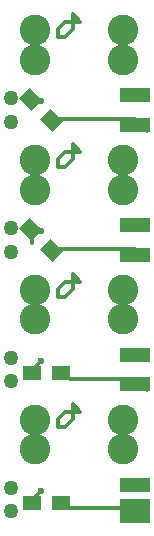
<source format=gbl>
G04 #@! TF.FileFunction,Copper,L2,Bot,Signal*
%FSLAX46Y46*%
G04 Gerber Fmt 4.6, Leading zero omitted, Abs format (unit mm)*
G04 Created by KiCad (PCBNEW 4.0.6-e0-6349~53~ubuntu16.04.1) date Thu Jul 13 10:15:01 2017*
%MOMM*%
%LPD*%
G01*
G04 APERTURE LIST*
%ADD10C,0.100000*%
%ADD11R,1.500000X1.250000*%
%ADD12R,2.540000X1.270000*%
%ADD13C,2.600000*%
%ADD14C,1.270000*%
%ADD15R,2.540000X2.000000*%
%ADD16C,0.600000*%
%ADD17C,0.304800*%
G04 APERTURE END LIST*
D10*
D11*
X32750000Y-57000000D03*
X35250000Y-57000000D03*
D12*
X41500000Y-55500000D03*
X41500000Y-58000000D03*
D13*
X40500000Y-50000000D03*
X40500000Y-52500000D03*
X33000000Y-52500000D03*
X33000000Y-50000000D03*
D14*
X31000000Y-55750000D03*
X31000000Y-57750000D03*
X31000000Y-68750000D03*
X31000000Y-66750000D03*
D13*
X33000000Y-61000000D03*
X33000000Y-63500000D03*
X40500000Y-63500000D03*
X40500000Y-61000000D03*
D15*
X41500000Y-68750000D03*
D12*
X41500000Y-66500000D03*
D11*
X32750000Y-68000000D03*
X35250000Y-68000000D03*
D10*
G36*
X31643845Y-44777729D02*
X32527729Y-43893845D01*
X33588389Y-44954505D01*
X32704505Y-45838389D01*
X31643845Y-44777729D01*
X31643845Y-44777729D01*
G37*
G36*
X33411611Y-46545495D02*
X34295495Y-45661611D01*
X35356155Y-46722271D01*
X34472271Y-47606155D01*
X33411611Y-46545495D01*
X33411611Y-46545495D01*
G37*
D12*
X41500000Y-44500000D03*
X41500000Y-47000000D03*
D13*
X40500000Y-39000000D03*
X40500000Y-41500000D03*
X33000000Y-41500000D03*
X33000000Y-39000000D03*
D14*
X31000000Y-44750000D03*
X31000000Y-46750000D03*
X31000000Y-35750000D03*
X31000000Y-33750000D03*
D13*
X33000000Y-28000000D03*
X33000000Y-30500000D03*
X40500000Y-30500000D03*
X40500000Y-28000000D03*
D12*
X41500000Y-36000000D03*
X41500000Y-33500000D03*
D10*
G36*
X31643845Y-33777729D02*
X32527729Y-32893845D01*
X33588389Y-33954505D01*
X32704505Y-34838389D01*
X31643845Y-33777729D01*
X31643845Y-33777729D01*
G37*
G36*
X33411611Y-35545495D02*
X34295495Y-34661611D01*
X35356155Y-35722271D01*
X34472271Y-36606155D01*
X33411611Y-35545495D01*
X33411611Y-35545495D01*
G37*
D16*
X33500000Y-45000000D03*
X33500000Y-56000000D03*
X33500000Y-67000000D03*
X33500000Y-34000000D03*
D17*
X34517766Y-46500000D02*
X36000000Y-46500000D01*
X36500000Y-46500000D02*
X36000000Y-46500000D01*
X36500000Y-46500000D02*
X41500000Y-46500000D01*
X34517766Y-46500000D02*
X34383883Y-46633883D01*
X33500000Y-45000000D02*
X33366117Y-44866117D01*
X33366117Y-44866117D02*
X32616117Y-44866117D01*
X34517766Y-35500000D02*
X36000000Y-35500000D01*
X36500000Y-35500000D02*
X41500000Y-35500000D01*
X36500000Y-35500000D02*
X36000000Y-35500000D01*
X34517766Y-35500000D02*
X34383883Y-35633883D01*
X41500000Y-57500000D02*
X36500000Y-57500000D01*
X36500000Y-57500000D02*
X36000000Y-57500000D01*
X42500000Y-58500000D02*
X41500000Y-57500000D01*
X32750000Y-56750000D02*
X33500000Y-56000000D01*
X32750000Y-57000000D02*
X32750000Y-56750000D01*
X36830000Y-49305000D02*
X36195000Y-49305000D01*
X36195000Y-48670000D02*
X36830000Y-49305000D01*
X36195000Y-49305000D02*
X36195000Y-48670000D01*
X34925000Y-49940000D02*
X35560000Y-49305000D01*
X35560000Y-49305000D02*
X36195000Y-49305000D01*
X36195000Y-49305000D02*
X36195000Y-49940000D01*
X36195000Y-49940000D02*
X35560000Y-50575000D01*
X35560000Y-50575000D02*
X34925000Y-50575000D01*
X34925000Y-50575000D02*
X34925000Y-49940000D01*
X34925000Y-61575000D02*
X34925000Y-60940000D01*
X35560000Y-61575000D02*
X34925000Y-61575000D01*
X36195000Y-60940000D02*
X35560000Y-61575000D01*
X36195000Y-60305000D02*
X36195000Y-60940000D01*
X35560000Y-60305000D02*
X36195000Y-60305000D01*
X34925000Y-60940000D02*
X35560000Y-60305000D01*
X36195000Y-60305000D02*
X36195000Y-59670000D01*
X36195000Y-59670000D02*
X36830000Y-60305000D01*
X36830000Y-60305000D02*
X36195000Y-60305000D01*
X32750000Y-68000000D02*
X32750000Y-67750000D01*
X32750000Y-67750000D02*
X33500000Y-67000000D01*
X42500000Y-69500000D02*
X41500000Y-68500000D01*
X36500000Y-68500000D02*
X36000000Y-68500000D01*
X41500000Y-68500000D02*
X36500000Y-68500000D01*
X42500000Y-47500000D02*
X41500000Y-46500000D01*
X32750000Y-46000000D02*
X32750000Y-45750000D01*
X36830000Y-38305000D02*
X36195000Y-38305000D01*
X36195000Y-37670000D02*
X36830000Y-38305000D01*
X36195000Y-38305000D02*
X36195000Y-37670000D01*
X34925000Y-38940000D02*
X35560000Y-38305000D01*
X35560000Y-38305000D02*
X36195000Y-38305000D01*
X36195000Y-38305000D02*
X36195000Y-38940000D01*
X36195000Y-38940000D02*
X35560000Y-39575000D01*
X35560000Y-39575000D02*
X34925000Y-39575000D01*
X34925000Y-39575000D02*
X34925000Y-38940000D01*
X34925000Y-28575000D02*
X34925000Y-27940000D01*
X35560000Y-28575000D02*
X34925000Y-28575000D01*
X36195000Y-27940000D02*
X35560000Y-28575000D01*
X36195000Y-27305000D02*
X36195000Y-27940000D01*
X35560000Y-27305000D02*
X36195000Y-27305000D01*
X34925000Y-27940000D02*
X35560000Y-27305000D01*
X36195000Y-27305000D02*
X36195000Y-26670000D01*
X36195000Y-26670000D02*
X36830000Y-27305000D01*
X36830000Y-27305000D02*
X36195000Y-27305000D01*
X42500000Y-36500000D02*
X41500000Y-35500000D01*
M02*

</source>
